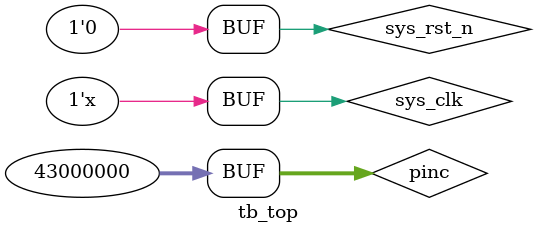
<source format=v>
`timescale 1ns/1ps

module tb_top ();

// 1. 信号定义
parameter CLK_PERIOD = 20 ;
reg sys_clk;
reg sys_rst_n;
reg [31:0] pinc;
wire [15:0]cos0;
wire [15:0]cos1;
wire [15:0]cos10;
wire [15:0]cos11;
wire [15:0]cos12;
wire [15:0]cos13;
wire [15:0]cos14;
wire [15:0]cos15;
wire [15:0]cos2;
wire [15:0]cos3;
wire [15:0]cos4;
wire [15:0]cos5;
wire [15:0]cos6;
wire [15:0]cos7;
wire [15:0]cos8;
wire [15:0]cos9;
wire [15:0]sin0;
wire [15:0]sin1;
wire [15:0]sin10;
wire [15:0]sin11;
wire [15:0]sin12;
wire [15:0]sin13;
wire [15:0]sin14;
wire [15:0]sin15;
wire [15:0]sin2;
wire [15:0]sin3;
wire [15:0]sin4;
wire [15:0]sin5;
wire [15:0]sin6;
wire [15:0]sin7;
wire [15:0]sin8;
wire [15:0]sin9;

// 2. 系统时钟沿
always #(CLK_PERIOD/2) sys_clk=~sys_clk;

// 常用频率对应的PINC值（时钟100MHz）
// 1MHz: 43_000_000
// 10MHz: 429_500_000
// 20MHz: 859_000_000
// 25MHz: 1_073_750_000

// 3. 仿真模块
initial begin
    sys_clk <= 1'b0;
    sys_rst_n <= 1'b1;
    pinc <= 32'd0;
    #200
    sys_rst_n <= 1'b0;
    pinc <= 32'd43000000;
end

// 4. 例化被测模块
dds_16chl u_dds_16chl (
    .rst(sys_rst_n),
    .pinc(pinc),
    .clk(sys_clk),
    .cos0(cos0),
    .cos1(cos1),
    .cos10(cos10),
    .cos11(cos11),
    .cos12(cos12),
    .cos13(cos13),
    .cos14(cos14),
    .cos15(cos15),
    .cos2(cos2),
    .cos3(cos3),
    .cos4(cos4),
    .cos5(cos5),
    .cos6(cos6),
    .cos7(cos7),
    .cos8(cos8),
    .cos9(cos9),
    .sin0(sin0),
    .sin1(sin1),
    .sin10(sin10),
    .sin11(sin11),
    .sin12(sin12),
    .sin13(sin13),
    .sin14(sin14),
    .sin15(sin15),
    .sin2(sin2),
    .sin3(sin3),
    .sin4(sin4),
    .sin5(sin5),
    .sin6(sin6),
    .sin7(sin7),
    .sin8(sin8),
    .sin9(sin9)
);

endmodule //tb_dds_top
</source>
